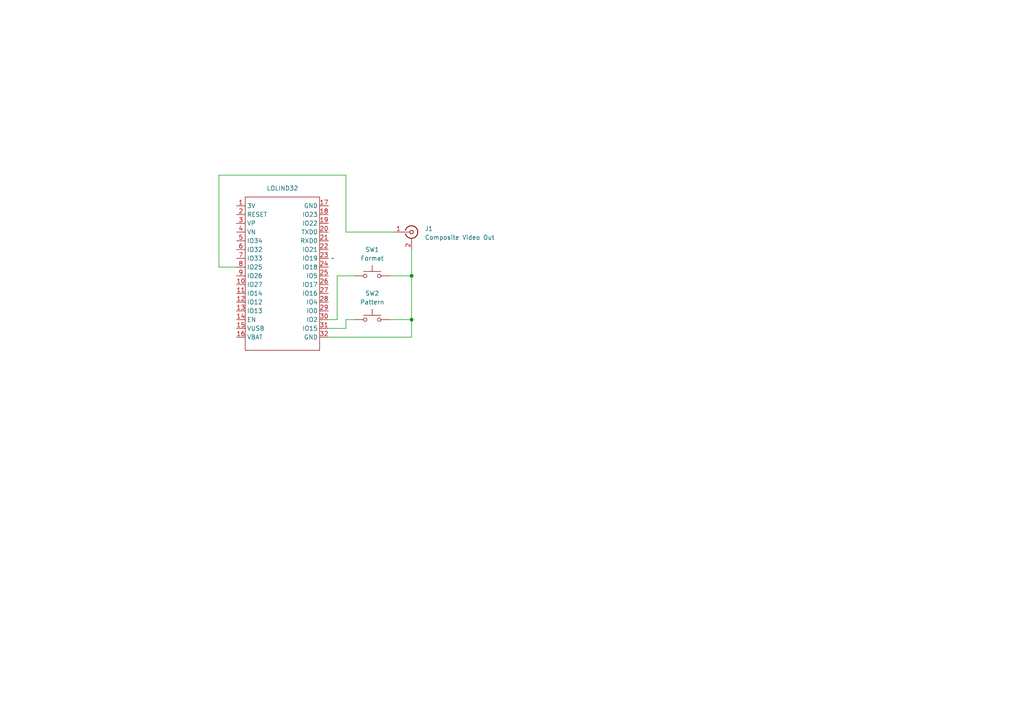
<source format=kicad_sch>
(kicad_sch (version 20230121) (generator eeschema)
  (paper "A4")
  (lib_symbols
    (symbol "Connector:Conn_Coaxial" (pin_names (offset 1.016) hide)
      (property "Reference" "J" (at 0.254 3.048 0))
      (property "Value" "Conn_Coaxial" (at 2.921 0 90))
      (symbol "Conn_Coaxial_0_1"
        (arc (start -1.778 -0.508) (mid 0.2311 -1.8066) (end 1.778 0) (stroke (width 0.254)))
        (polyline (pts (xy -2.54 0) (xy -0.508 0)))
        (polyline (pts (xy 0 -2.54) (xy 0 -1.778)))
        (circle (center 0 0) (radius 0.508) (stroke (width 0.2032)))
        (arc (start 1.778 0) (mid 0.2099 1.8101) (end -1.778 0.508) (stroke (width 0.254)))
      )
      (symbol "Conn_Coaxial_1_1"
        (pin passive line (at -5.08 0 0) (length 2.54) (name "In") (number "1"))
        (pin passive line (at 0 -5.08 90) (length 2.54) (name "Ext") (number "2"))
      )
    )
    (symbol "Switch:SW_Push" (pin_numbers hide) (pin_names (offset 1.016) hide)
      (property "Reference" "SW" (at 1.27 2.54 0))
      (property "Value" "SW_Push" (at 0 -1.524 0))
      (symbol "SW_Push_0_1"
        (circle (center -2.032 0) (radius 0.508))
        (polyline (pts (xy 0 1.27) (xy 0 3.048)))
        (polyline (pts (xy 2.54 1.27) (xy -2.54 1.27)))
        (circle (center 2.032 0) (radius 0.508))
        (pin passive line (at -5.08 0 0) (length 2.54) (name "1") (number "1"))
        (pin passive line (at 5.08 0 180) (length 2.54) (name "2") (number "2"))
      )
    )
    (symbol "Wemos:LOLIN_D32"
      (property "Reference" "U" (at 0 0 0))
      (symbol "LOLIN_D32_0_1"
        (rectangle (start -11.43 17.78) (end 10.16 -26.67))
      )
      (symbol "LOLIN_D32_1_1"
        (pin output line (at -13.97 15.24 0) (length 2.54) (name "3V") (number "1"))
        (pin bidirectional line (at -13.97 -7.62 0) (length 2.54) (name "IO27") (number "10"))
        (pin bidirectional line (at -13.97 -10.16 0) (length 2.54) (name "IO14") (number "11"))
        (pin bidirectional line (at -13.97 -12.7 0) (length 2.54) (name "IO12") (number "12"))
        (pin bidirectional line (at -13.97 -15.24 0) (length 2.54) (name "IO13") (number "13"))
        (pin input line (at -13.97 -17.78 0) (length 2.54) (name "EN") (number "14"))
        (pin input line (at -13.97 -20.32 0) (length 2.54) (name "VUSB") (number "15"))
        (pin input line (at -13.97 -22.86 0) (length 2.54) (name "VBAT") (number "16"))
        (pin passive line (at 12.7 15.24 180) (length 2.54) (name "GND") (number "17"))
        (pin bidirectional line (at 12.7 12.7 180) (length 2.54) (name "IO23") (number "18"))
        (pin bidirectional line (at 12.7 10.16 180) (length 2.54) (name "IO22") (number "19"))
        (pin input line (at -13.97 12.7 0) (length 2.54) (name "RESET") (number "2"))
        (pin output line (at 12.7 7.62 180) (length 2.54) (name "TXD0") (number "20"))
        (pin input line (at 12.7 5.08 180) (length 2.54) (name "RXD0") (number "21"))
        (pin bidirectional line (at 12.7 2.54 180) (length 2.54) (name "IO21") (number "22"))
        (pin bidirectional line (at 12.7 0 180) (length 2.54) (name "IO19") (number "23"))
        (pin bidirectional line (at 12.7 -2.54 180) (length 2.54) (name "IO18") (number "24"))
        (pin bidirectional line (at 12.7 -5.08 180) (length 2.54) (name "IO5") (number "25"))
        (pin bidirectional line (at 12.7 -7.62 180) (length 2.54) (name "IO17") (number "26"))
        (pin bidirectional line (at 12.7 -10.16 180) (length 2.54) (name "IO16") (number "27"))
        (pin bidirectional line (at 12.7 -12.7 180) (length 2.54) (name "IO4") (number "28"))
        (pin bidirectional line (at 12.7 -15.24 180) (length 2.54) (name "IO0") (number "29"))
        (pin input line (at -13.97 10.16 0) (length 2.54) (name "VP") (number "3"))
        (pin bidirectional line (at 12.7 -17.78 180) (length 2.54) (name "IO2") (number "30"))
        (pin bidirectional line (at 12.7 -20.32 180) (length 2.54) (name "IO15") (number "31"))
        (pin passive line (at 12.7 -22.86 180) (length 2.54) (name "GND") (number "32"))
        (pin input line (at -13.97 7.62 0) (length 2.54) (name "VN") (number "4"))
        (pin bidirectional line (at -13.97 5.08 0) (length 2.54) (name "IO34") (number "5"))
        (pin bidirectional line (at -13.97 2.54 0) (length 2.54) (name "IO32") (number "6"))
        (pin bidirectional line (at -13.97 0 0) (length 2.54) (name "IO33") (number "7"))
        (pin bidirectional line (at -13.97 -2.54 0) (length 2.54) (name "IO25") (number "8"))
        (pin bidirectional line (at -13.97 -5.08 0) (length 2.54) (name "IO26") (number "9"))
      )
    )
  )
  (junction (at 119.38 80.01))
  (junction (at 119.38 92.71))
  (wire (pts (xy 63.5 77.47) (xy 63.5 50.8)))
  (wire (pts (xy 100.33 50.8) (xy 100.33 67.31)))
  (wire (pts (xy 68.58 77.47) (xy 63.5 77.47)))
  (wire (pts (xy 63.5 50.8) (xy 100.33 50.8)))
  (wire (pts (xy 119.38 80.01) (xy 119.38 92.71)))
  (wire (pts (xy 119.38 92.71) (xy 119.38 97.79)))
  (wire (pts (xy 97.79 92.71) (xy 97.79 80.01)))
  (wire (pts (xy 95.25 95.25) (xy 100.33 95.25)))
  (wire (pts (xy 97.79 80.01) (xy 102.87 80.01)))
  (wire (pts (xy 100.33 92.71) (xy 102.87 92.71)))
  (wire (pts (xy 113.03 80.01) (xy 119.38 80.01)))
  (wire (pts (xy 113.03 92.71) (xy 119.38 92.71)))
  (wire (pts (xy 119.38 72.39) (xy 119.38 80.01)))
  (wire (pts (xy 100.33 95.25) (xy 100.33 92.71)))
  (wire (pts (xy 95.25 97.79) (xy 119.38 97.79)))
  (wire (pts (xy 95.25 92.71) (xy 97.79 92.71)))
  (wire (pts (xy 100.33 67.31) (xy 114.3 67.31)))
  (symbol (lib_id "Connector:Conn_Coaxial") (at 119.38 67.31 0) (unit 1)
    (property "Reference" "J1" (at 123.19 66.3332 0) (effects (justify left)))
    (property "Value" "Composite Video Out" (at 123.19 68.8732 0) (effects (justify left)))
    (property "Datasheet" " ~" (effects hide))
  )
  (symbol (lib_id "Switch:SW_Push") (at 107.95 92.71 0) (unit 1)
    (property "Reference" "SW2" (at 107.95 85.09 0))
    (property "Value" "Pattern" (at 107.95 87.63 0))
    (property "Footprint" "Button_Switch_THT:SW_PUSH_6mm_H4.3mm" (effects hide))
  )
  (symbol (lib_id "Switch:SW_Push") (at 107.95 80.01 0) (unit 1)
    (property "Reference" "SW1" (at 107.95 72.39 0))
    (property "Value" "Format" (at 107.95 74.93 0))
    (property "Footprint" "Button_Switch_THT:SW_PUSH_6mm_H4.3mm" (effects hide))
  )
  (symbol (lib_id "Wemos:LOLIN_D32") (at 82.55 74.93 0) (unit 1)
    (property "Reference" "LOLIND32" (at 81.915 54.61 0))
    (property "Value" "~" (at 96.52 74.93 0))
  )
)
</source>
